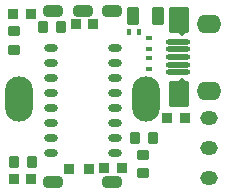
<source format=gbr>
%TF.GenerationSoftware,Altium Limited,Altium Designer,20.1.8 (145)*%
G04 Layer_Color=417716*
%FSLAX45Y45*%
%MOMM*%
%TF.SameCoordinates,CA905C98-E8E4-4B69-B290-3362CF0B177B*%
%TF.FilePolarity,Negative*%
%TF.FileFunction,Soldermask,Bot*%
%TF.Part,Single*%
G01*
G75*
%TA.AperFunction,SMDPad,CuDef*%
G04:AMPARAMS|DCode=34|XSize=0.5mm|YSize=0.4mm|CornerRadius=0.0515mm|HoleSize=0mm|Usage=FLASHONLY|Rotation=270.000|XOffset=0mm|YOffset=0mm|HoleType=Round|Shape=RoundedRectangle|*
%AMROUNDEDRECTD34*
21,1,0.50000,0.29700,0,0,270.0*
21,1,0.39700,0.40000,0,0,270.0*
1,1,0.10300,-0.14850,-0.19850*
1,1,0.10300,-0.14850,0.19850*
1,1,0.10300,0.14850,0.19850*
1,1,0.10300,0.14850,-0.19850*
%
%ADD34ROUNDEDRECTD34*%
G04:AMPARAMS|DCode=35|XSize=0.95mm|YSize=1.5mm|CornerRadius=0.05425mm|HoleSize=0mm|Usage=FLASHONLY|Rotation=180.000|XOffset=0mm|YOffset=0mm|HoleType=Round|Shape=RoundedRectangle|*
%AMROUNDEDRECTD35*
21,1,0.95000,1.39150,0,0,180.0*
21,1,0.84150,1.50000,0,0,180.0*
1,1,0.10850,-0.42075,0.69575*
1,1,0.10850,0.42075,0.69575*
1,1,0.10850,0.42075,-0.69575*
1,1,0.10850,-0.42075,-0.69575*
%
%ADD35ROUNDEDRECTD35*%
%TA.AperFunction,ConnectorPad*%
G04:AMPARAMS|DCode=36|XSize=0.9mm|YSize=0.8mm|CornerRadius=0.0535mm|HoleSize=0mm|Usage=FLASHONLY|Rotation=90.000|XOffset=0mm|YOffset=0mm|HoleType=Round|Shape=RoundedRectangle|*
%AMROUNDEDRECTD36*
21,1,0.90000,0.69300,0,0,90.0*
21,1,0.79300,0.80000,0,0,90.0*
1,1,0.10700,0.34650,0.39650*
1,1,0.10700,0.34650,-0.39650*
1,1,0.10700,-0.34650,-0.39650*
1,1,0.10700,-0.34650,0.39650*
%
%ADD36ROUNDEDRECTD36*%
%TA.AperFunction,SMDPad,CuDef*%
G04:AMPARAMS|DCode=37|XSize=0.95mm|YSize=0.85mm|CornerRadius=0.05375mm|HoleSize=0mm|Usage=FLASHONLY|Rotation=90.000|XOffset=0mm|YOffset=0mm|HoleType=Round|Shape=RoundedRectangle|*
%AMROUNDEDRECTD37*
21,1,0.95000,0.74250,0,0,90.0*
21,1,0.84250,0.85000,0,0,90.0*
1,1,0.10750,0.37125,0.42125*
1,1,0.10750,0.37125,-0.42125*
1,1,0.10750,-0.37125,-0.42125*
1,1,0.10750,-0.37125,0.42125*
%
%ADD37ROUNDEDRECTD37*%
%TA.AperFunction,ConnectorPad*%
G04:AMPARAMS|DCode=38|XSize=0.95mm|YSize=0.85mm|CornerRadius=0.05375mm|HoleSize=0mm|Usage=FLASHONLY|Rotation=0.000|XOffset=0mm|YOffset=0mm|HoleType=Round|Shape=RoundedRectangle|*
%AMROUNDEDRECTD38*
21,1,0.95000,0.74250,0,0,0.0*
21,1,0.84250,0.85000,0,0,0.0*
1,1,0.10750,0.42125,-0.37125*
1,1,0.10750,-0.42125,-0.37125*
1,1,0.10750,-0.42125,0.37125*
1,1,0.10750,0.42125,0.37125*
%
%ADD38ROUNDEDRECTD38*%
%TA.AperFunction,SMDPad,CuDef*%
G04:AMPARAMS|DCode=39|XSize=0.9mm|YSize=0.8mm|CornerRadius=0.0535mm|HoleSize=0mm|Usage=FLASHONLY|Rotation=90.000|XOffset=0mm|YOffset=0mm|HoleType=Round|Shape=RoundedRectangle|*
%AMROUNDEDRECTD39*
21,1,0.90000,0.69300,0,0,90.0*
21,1,0.79300,0.80000,0,0,90.0*
1,1,0.10700,0.34650,0.39650*
1,1,0.10700,0.34650,-0.39650*
1,1,0.10700,-0.34650,-0.39650*
1,1,0.10700,-0.34650,0.39650*
%
%ADD39ROUNDEDRECTD39*%
G04:AMPARAMS|DCode=40|XSize=0.95mm|YSize=0.85mm|CornerRadius=0.05375mm|HoleSize=0mm|Usage=FLASHONLY|Rotation=0.000|XOffset=0mm|YOffset=0mm|HoleType=Round|Shape=RoundedRectangle|*
%AMROUNDEDRECTD40*
21,1,0.95000,0.74250,0,0,0.0*
21,1,0.84250,0.85000,0,0,0.0*
1,1,0.10750,0.42125,-0.37125*
1,1,0.10750,-0.42125,-0.37125*
1,1,0.10750,-0.42125,0.37125*
1,1,0.10750,0.42125,0.37125*
%
%ADD40ROUNDEDRECTD40*%
%ADD41O,1.15000X0.70000*%
%TA.AperFunction,ConnectorPad*%
G04:AMPARAMS|DCode=42|XSize=2.2mm|YSize=1.7mm|CornerRadius=0.058mm|HoleSize=0mm|Usage=FLASHONLY|Rotation=270.000|XOffset=0mm|YOffset=0mm|HoleType=Round|Shape=RoundedRectangle|*
%AMROUNDEDRECTD42*
21,1,2.20000,1.58400,0,0,270.0*
21,1,2.08400,1.70000,0,0,270.0*
1,1,0.11600,-0.79200,-1.04200*
1,1,0.11600,-0.79200,1.04200*
1,1,0.11600,0.79200,1.04200*
1,1,0.11600,0.79200,-1.04200*
%
%ADD42ROUNDEDRECTD42*%
G04:AMPARAMS|DCode=43|XSize=0.45mm|YSize=2.1mm|CornerRadius=0.225mm|HoleSize=0mm|Usage=FLASHONLY|Rotation=270.000|XOffset=0mm|YOffset=0mm|HoleType=Round|Shape=RoundedRectangle|*
%AMROUNDEDRECTD43*
21,1,0.45000,1.65000,0,0,270.0*
21,1,0.00000,2.10000,0,0,270.0*
1,1,0.45000,-0.82500,0.00000*
1,1,0.45000,-0.82500,0.00000*
1,1,0.45000,0.82500,0.00000*
1,1,0.45000,0.82500,0.00000*
%
%ADD43ROUNDEDRECTD43*%
%TA.AperFunction,SMDPad,CuDef*%
G04:AMPARAMS|DCode=44|XSize=0.5mm|YSize=0.4mm|CornerRadius=0.0515mm|HoleSize=0mm|Usage=FLASHONLY|Rotation=180.000|XOffset=0mm|YOffset=0mm|HoleType=Round|Shape=RoundedRectangle|*
%AMROUNDEDRECTD44*
21,1,0.50000,0.29700,0,0,180.0*
21,1,0.39700,0.40000,0,0,180.0*
1,1,0.10300,-0.19850,0.14850*
1,1,0.10300,0.19850,0.14850*
1,1,0.10300,0.19850,-0.14850*
1,1,0.10300,-0.19850,-0.14850*
%
%ADD44ROUNDEDRECTD44*%
%TA.AperFunction,ComponentPad*%
G04:AMPARAMS|DCode=45|XSize=1.2mm|YSize=1.5mm|CornerRadius=0.6mm|HoleSize=0mm|Usage=FLASHONLY|Rotation=270.000|XOffset=0mm|YOffset=0mm|HoleType=Round|Shape=RoundedRectangle|*
%AMROUNDEDRECTD45*
21,1,1.20000,0.30000,0,0,270.0*
21,1,0.00000,1.50000,0,0,270.0*
1,1,1.20000,-0.15000,0.00000*
1,1,1.20000,-0.15000,0.00000*
1,1,1.20000,0.15000,0.00000*
1,1,1.20000,0.15000,0.00000*
%
%ADD45ROUNDEDRECTD45*%
G04:AMPARAMS|DCode=46|XSize=2.35mm|YSize=3.85mm|CornerRadius=1.175mm|HoleSize=0mm|Usage=FLASHONLY|Rotation=180.000|XOffset=0mm|YOffset=0mm|HoleType=Round|Shape=RoundedRectangle|*
%AMROUNDEDRECTD46*
21,1,2.35000,1.50000,0,0,180.0*
21,1,0.00000,3.85000,0,0,180.0*
1,1,2.35000,0.00000,0.75000*
1,1,2.35000,0.00000,0.75000*
1,1,2.35000,0.00000,-0.75000*
1,1,2.35000,0.00000,-0.75000*
%
%ADD46ROUNDEDRECTD46*%
%ADD47O,2.35000X3.85000*%
%ADD48O,1.80000X1.10000*%
%ADD49C,0.50000*%
%ADD50O,2.10000X1.60000*%
D34*
X1155529Y1342481D02*
D03*
X1065529D02*
D03*
D35*
X1103440Y1481440D02*
D03*
X1313440D02*
D03*
D36*
X236220Y1501140D02*
D03*
X86220D02*
D03*
D37*
X1271443Y449079D02*
D03*
X1116444D02*
D03*
X246219Y243840D02*
D03*
X91220D02*
D03*
X340829Y1384598D02*
D03*
X495829D02*
D03*
D38*
X1186666Y147388D02*
D03*
Y302388D02*
D03*
D39*
X1008280Y190593D02*
D03*
X858280D02*
D03*
X563980Y185377D02*
D03*
X728980D02*
D03*
X241220Y100900D02*
D03*
X91220D02*
D03*
X767314Y1409998D02*
D03*
X617314D02*
D03*
X1539240Y614680D02*
D03*
X1389240D02*
D03*
D40*
X91440Y1196280D02*
D03*
Y1351280D02*
D03*
D41*
X948180Y1209040D02*
D03*
Y1082040D02*
D03*
Y955040D02*
D03*
Y828040D02*
D03*
Y701040D02*
D03*
Y574040D02*
D03*
Y447040D02*
D03*
Y320040D02*
D03*
X408180Y1209040D02*
D03*
Y1082040D02*
D03*
Y955040D02*
D03*
Y828040D02*
D03*
Y701040D02*
D03*
Y574040D02*
D03*
Y447040D02*
D03*
Y320040D02*
D03*
D42*
X1493800Y822000D02*
D03*
Y1442000D02*
D03*
D43*
X1486300Y1002000D02*
D03*
Y1067000D02*
D03*
Y1132000D02*
D03*
Y1262000D02*
D03*
Y1197000D02*
D03*
D44*
X1236980Y1035220D02*
D03*
Y1125220D02*
D03*
Y1294525D02*
D03*
Y1204525D02*
D03*
D45*
X1748800Y106680D02*
D03*
Y614680D02*
D03*
Y360680D02*
D03*
D46*
X1214500Y775500D02*
D03*
D47*
X139500D02*
D03*
D48*
X427000Y75500D02*
D03*
X927000D02*
D03*
X677000Y1525500D02*
D03*
X427000D02*
D03*
X927000D02*
D03*
D49*
X1513800Y1332000D02*
D03*
Y932000D02*
D03*
D50*
X1748800Y849000D02*
D03*
Y1415000D02*
D03*
%TF.MD5,5cbf6728762b9e2b380c6f5d5d9850ec*%
M02*

</source>
